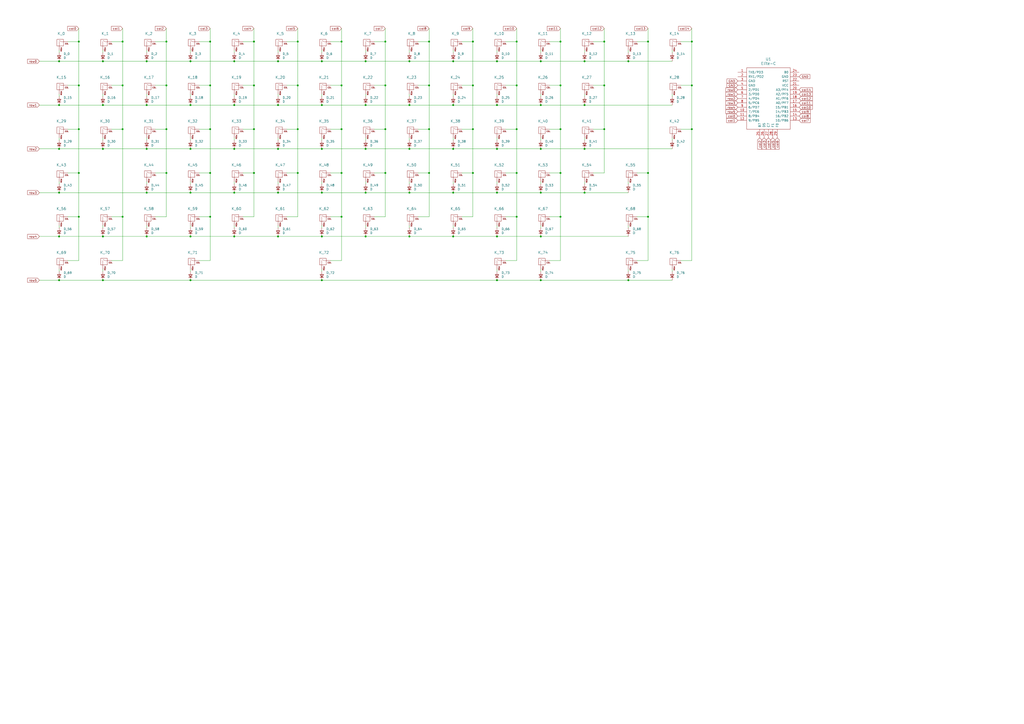
<source format=kicad_sch>
(kicad_sch (version 20230121) (generator eeschema)
  (paper "A2")
  (junction (at 110.49 86.36))
  (junction (at 313.69 111.76))
  (junction (at 147.32 49.53))
  (junction (at 59.69 86.36))
  (junction (at 237.49 137.16))
  (junction (at 350.52 24.13))
  (junction (at 212.09 86.36))
  (junction (at 45.72 74.93))
  (junction (at 96.52 100.33))
  (junction (at 375.92 24.13))
  (junction (at 212.09 137.16))
  (junction (at 288.29 162.56))
  (junction (at 121.92 49.53))
  (junction (at 325.12 125.73))
  (junction (at 34.29 162.56))
  (junction (at 274.32 74.93))
  (junction (at 262.89 60.96))
  (junction (at 121.92 24.13))
  (junction (at 288.29 137.16))
  (junction (at 45.72 49.53))
  (junction (at 223.52 74.93))
  (junction (at 161.29 111.76))
  (junction (at 339.09 86.36))
  (junction (at 135.89 137.16))
  (junction (at 313.69 35.56))
  (junction (at 339.09 60.96))
  (junction (at 172.72 24.13))
  (junction (at 325.12 24.13))
  (junction (at 364.49 162.56))
  (junction (at 401.32 74.93))
  (junction (at 299.72 49.53))
  (junction (at 350.52 49.53))
  (junction (at 237.49 111.76))
  (junction (at 237.49 35.56))
  (junction (at 288.29 60.96))
  (junction (at 339.09 111.76))
  (junction (at 248.92 100.33))
  (junction (at 45.72 125.73))
  (junction (at 262.89 111.76))
  (junction (at 71.12 49.53))
  (junction (at 85.09 60.96))
  (junction (at 135.89 86.36))
  (junction (at 212.09 111.76))
  (junction (at 262.89 137.16))
  (junction (at 274.32 49.53))
  (junction (at 325.12 49.53))
  (junction (at 34.29 111.76))
  (junction (at 186.69 111.76))
  (junction (at 299.72 125.73))
  (junction (at 339.09 35.56))
  (junction (at 198.12 24.13))
  (junction (at 34.29 86.36))
  (junction (at 59.69 162.56))
  (junction (at 198.12 125.73))
  (junction (at 262.89 86.36))
  (junction (at 161.29 60.96))
  (junction (at 186.69 35.56))
  (junction (at 110.49 35.56))
  (junction (at 96.52 24.13))
  (junction (at 299.72 74.93))
  (junction (at 212.09 35.56))
  (junction (at 237.49 60.96))
  (junction (at 121.92 74.93))
  (junction (at 135.89 35.56))
  (junction (at 172.72 100.33))
  (junction (at 147.32 100.33))
  (junction (at 288.29 111.76))
  (junction (at 85.09 137.16))
  (junction (at 85.09 111.76))
  (junction (at 248.92 24.13))
  (junction (at 59.69 60.96))
  (junction (at 110.49 60.96))
  (junction (at 375.92 125.73))
  (junction (at 364.49 35.56))
  (junction (at 45.72 24.13))
  (junction (at 237.49 86.36))
  (junction (at 186.69 162.56))
  (junction (at 198.12 100.33))
  (junction (at 350.52 74.93))
  (junction (at 288.29 86.36))
  (junction (at 59.69 35.56))
  (junction (at 325.12 100.33))
  (junction (at 85.09 35.56))
  (junction (at 172.72 74.93))
  (junction (at 186.69 60.96))
  (junction (at 121.92 100.33))
  (junction (at 248.92 49.53))
  (junction (at 34.29 35.56))
  (junction (at 223.52 100.33))
  (junction (at 274.32 24.13))
  (junction (at 401.32 24.13))
  (junction (at 135.89 111.76))
  (junction (at 85.09 86.36))
  (junction (at 274.32 100.33))
  (junction (at 71.12 24.13))
  (junction (at 34.29 60.96))
  (junction (at 198.12 49.53))
  (junction (at 172.72 49.53))
  (junction (at 71.12 74.93))
  (junction (at 161.29 86.36))
  (junction (at 313.69 86.36))
  (junction (at 34.29 137.16))
  (junction (at 147.32 24.13))
  (junction (at 375.92 100.33))
  (junction (at 313.69 60.96))
  (junction (at 186.69 137.16))
  (junction (at 147.32 74.93))
  (junction (at 262.89 35.56))
  (junction (at 71.12 125.73))
  (junction (at 59.69 137.16))
  (junction (at 96.52 74.93))
  (junction (at 96.52 49.53))
  (junction (at 223.52 24.13))
  (junction (at 299.72 100.33))
  (junction (at 110.49 137.16))
  (junction (at 45.72 100.33))
  (junction (at 325.12 74.93))
  (junction (at 299.72 24.13))
  (junction (at 248.92 74.93))
  (junction (at 110.49 111.76))
  (junction (at 198.12 74.93))
  (junction (at 288.29 35.56))
  (junction (at 121.92 125.73))
  (junction (at 110.49 162.56))
  (junction (at 161.29 137.16))
  (junction (at 313.69 162.56))
  (junction (at 135.89 60.96))
  (junction (at 186.69 86.36))
  (junction (at 401.32 49.53))
  (junction (at 313.69 137.16))
  (junction (at 161.29 35.56))
  (junction (at 212.09 60.96))
  (junction (at 223.52 49.53))
  (wire (pts (xy 242.57 100.33) (xy 248.92 100.33)))
  (wire (pts (xy 389.89 80.01) (xy 389.89 81.28)))
  (wire (pts (xy 186.69 111.76) (xy 212.09 111.76)))
  (wire (pts (xy 39.37 74.93) (xy 45.72 74.93)))
  (wire (pts (xy 299.72 16.51) (xy 299.72 24.13)))
  (wire (pts (xy 212.09 111.76) (xy 237.49 111.76)))
  (wire (pts (xy 217.17 49.53) (xy 223.52 49.53)))
  (wire (pts (xy 339.09 111.76) (xy 364.49 111.76)))
  (wire (pts (xy 34.29 105.41) (xy 34.29 106.68)))
  (wire (pts (xy 110.49 80.01) (xy 110.49 81.28)))
  (wire (pts (xy 166.37 125.73) (xy 172.72 125.73)))
  (wire (pts (xy 223.52 74.93) (xy 223.52 49.53)))
  (wire (pts (xy 223.52 125.73) (xy 223.52 100.33)))
  (wire (pts (xy 71.12 151.13) (xy 71.12 125.73)))
  (wire (pts (xy 339.09 60.96) (xy 389.89 60.96)))
  (wire (pts (xy 288.29 130.81) (xy 288.29 132.08)))
  (wire (pts (xy 147.32 16.51) (xy 147.32 24.13)))
  (wire (pts (xy 248.92 24.13) (xy 248.92 49.53)))
  (wire (pts (xy 212.09 137.16) (xy 237.49 137.16)))
  (wire (pts (xy 45.72 125.73) (xy 45.72 100.33)))
  (wire (pts (xy 191.77 49.53) (xy 198.12 49.53)))
  (wire (pts (xy 96.52 74.93) (xy 96.52 49.53)))
  (wire (pts (xy 161.29 137.16) (xy 186.69 137.16)))
  (wire (pts (xy 166.37 100.33) (xy 172.72 100.33)))
  (wire (pts (xy 401.32 151.13) (xy 401.32 74.93)))
  (wire (pts (xy 394.97 74.93) (xy 401.32 74.93)))
  (wire (pts (xy 389.89 156.21) (xy 389.89 157.48)))
  (wire (pts (xy 186.69 35.56) (xy 212.09 35.56)))
  (wire (pts (xy 34.29 80.01) (xy 34.29 81.28)))
  (wire (pts (xy 237.49 80.01) (xy 237.49 81.28)))
  (wire (pts (xy 288.29 156.21) (xy 288.29 157.48)))
  (wire (pts (xy 34.29 130.81) (xy 34.29 132.08)))
  (wire (pts (xy 364.49 29.21) (xy 364.49 30.48)))
  (wire (pts (xy 161.29 29.21) (xy 161.29 30.48)))
  (wire (pts (xy 166.37 24.13) (xy 172.72 24.13)))
  (wire (pts (xy 110.49 137.16) (xy 135.89 137.16)))
  (wire (pts (xy 212.09 80.01) (xy 212.09 81.28)))
  (wire (pts (xy 274.32 74.93) (xy 274.32 49.53)))
  (wire (pts (xy 364.49 130.81) (xy 364.49 132.08)))
  (wire (pts (xy 39.37 151.13) (xy 45.72 151.13)))
  (wire (pts (xy 217.17 125.73) (xy 223.52 125.73)))
  (wire (pts (xy 85.09 111.76) (xy 110.49 111.76)))
  (wire (pts (xy 288.29 60.96) (xy 313.69 60.96)))
  (wire (pts (xy 161.29 130.81) (xy 161.29 132.08)))
  (wire (pts (xy 85.09 86.36) (xy 110.49 86.36)))
  (wire (pts (xy 186.69 60.96) (xy 212.09 60.96)))
  (wire (pts (xy 344.17 49.53) (xy 350.52 49.53)))
  (wire (pts (xy 172.72 125.73) (xy 172.72 100.33)))
  (wire (pts (xy 212.09 54.61) (xy 212.09 55.88)))
  (wire (pts (xy 59.69 162.56) (xy 110.49 162.56)))
  (wire (pts (xy 237.49 137.16) (xy 262.89 137.16)))
  (wire (pts (xy 198.12 16.51) (xy 198.12 24.13)))
  (wire (pts (xy 22.86 86.36) (xy 34.29 86.36)))
  (wire (pts (xy 85.09 35.56) (xy 110.49 35.56)))
  (wire (pts (xy 161.29 80.01) (xy 161.29 81.28)))
  (wire (pts (xy 85.09 60.96) (xy 110.49 60.96)))
  (wire (pts (xy 161.29 60.96) (xy 186.69 60.96)))
  (wire (pts (xy 394.97 24.13) (xy 401.32 24.13)))
  (wire (pts (xy 140.97 100.33) (xy 147.32 100.33)))
  (wire (pts (xy 59.69 29.21) (xy 59.69 30.48)))
  (wire (pts (xy 198.12 100.33) (xy 198.12 74.93)))
  (wire (pts (xy 71.12 125.73) (xy 71.12 74.93)))
  (wire (pts (xy 191.77 151.13) (xy 198.12 151.13)))
  (wire (pts (xy 147.32 74.93) (xy 147.32 49.53)))
  (wire (pts (xy 313.69 111.76) (xy 339.09 111.76)))
  (wire (pts (xy 64.77 151.13) (xy 71.12 151.13)))
  (wire (pts (xy 121.92 74.93) (xy 121.92 49.53)))
  (wire (pts (xy 198.12 24.13) (xy 198.12 49.53)))
  (wire (pts (xy 299.72 100.33) (xy 299.72 74.93)))
  (wire (pts (xy 288.29 54.61) (xy 288.29 55.88)))
  (wire (pts (xy 288.29 111.76) (xy 313.69 111.76)))
  (wire (pts (xy 121.92 24.13) (xy 121.92 49.53)))
  (wire (pts (xy 262.89 60.96) (xy 288.29 60.96)))
  (wire (pts (xy 288.29 137.16) (xy 313.69 137.16)))
  (wire (pts (xy 364.49 105.41) (xy 364.49 106.68)))
  (wire (pts (xy 344.17 74.93) (xy 350.52 74.93)))
  (wire (pts (xy 166.37 74.93) (xy 172.72 74.93)))
  (wire (pts (xy 90.17 100.33) (xy 96.52 100.33)))
  (wire (pts (xy 59.69 86.36) (xy 85.09 86.36)))
  (wire (pts (xy 34.29 137.16) (xy 59.69 137.16)))
  (wire (pts (xy 350.52 74.93) (xy 350.52 49.53)))
  (wire (pts (xy 90.17 125.73) (xy 96.52 125.73)))
  (wire (pts (xy 161.29 86.36) (xy 186.69 86.36)))
  (wire (pts (xy 186.69 130.81) (xy 186.69 132.08)))
  (wire (pts (xy 364.49 162.56) (xy 389.89 162.56)))
  (wire (pts (xy 34.29 86.36) (xy 59.69 86.36)))
  (wire (pts (xy 39.37 49.53) (xy 45.72 49.53)))
  (wire (pts (xy 110.49 29.21) (xy 110.49 30.48)))
  (wire (pts (xy 313.69 156.21) (xy 313.69 157.48)))
  (wire (pts (xy 394.97 49.53) (xy 401.32 49.53)))
  (wire (pts (xy 45.72 151.13) (xy 45.72 125.73)))
  (wire (pts (xy 166.37 49.53) (xy 172.72 49.53)))
  (wire (pts (xy 135.89 54.61) (xy 135.89 55.88)))
  (wire (pts (xy 71.12 16.51) (xy 71.12 24.13)))
  (wire (pts (xy 96.52 125.73) (xy 96.52 100.33)))
  (wire (pts (xy 186.69 29.21) (xy 186.69 30.48)))
  (wire (pts (xy 313.69 162.56) (xy 364.49 162.56)))
  (wire (pts (xy 172.72 100.33) (xy 172.72 74.93)))
  (wire (pts (xy 140.97 125.73) (xy 147.32 125.73)))
  (wire (pts (xy 90.17 24.13) (xy 96.52 24.13)))
  (wire (pts (xy 140.97 74.93) (xy 147.32 74.93)))
  (wire (pts (xy 34.29 29.21) (xy 34.29 30.48)))
  (wire (pts (xy 186.69 86.36) (xy 212.09 86.36)))
  (wire (pts (xy 350.52 24.13) (xy 350.52 49.53)))
  (wire (pts (xy 293.37 49.53) (xy 299.72 49.53)))
  (wire (pts (xy 313.69 54.61) (xy 313.69 55.88)))
  (wire (pts (xy 262.89 130.81) (xy 262.89 132.08)))
  (wire (pts (xy 186.69 80.01) (xy 186.69 81.28)))
  (wire (pts (xy 288.29 35.56) (xy 313.69 35.56)))
  (wire (pts (xy 237.49 86.36) (xy 262.89 86.36)))
  (wire (pts (xy 39.37 24.13) (xy 45.72 24.13)))
  (wire (pts (xy 237.49 130.81) (xy 237.49 132.08)))
  (wire (pts (xy 299.72 74.93) (xy 299.72 49.53)))
  (wire (pts (xy 135.89 137.16) (xy 161.29 137.16)))
  (wire (pts (xy 198.12 125.73) (xy 198.12 100.33)))
  (wire (pts (xy 274.32 125.73) (xy 274.32 100.33)))
  (wire (pts (xy 313.69 29.21) (xy 313.69 30.48)))
  (wire (pts (xy 110.49 111.76) (xy 135.89 111.76)))
  (wire (pts (xy 344.17 24.13) (xy 350.52 24.13)))
  (wire (pts (xy 212.09 86.36) (xy 237.49 86.36)))
  (wire (pts (xy 288.29 29.21) (xy 288.29 30.48)))
  (wire (pts (xy 34.29 54.61) (xy 34.29 55.88)))
  (wire (pts (xy 217.17 100.33) (xy 223.52 100.33)))
  (wire (pts (xy 135.89 80.01) (xy 135.89 81.28)))
  (wire (pts (xy 39.37 125.73) (xy 45.72 125.73)))
  (wire (pts (xy 223.52 24.13) (xy 223.52 49.53)))
  (wire (pts (xy 110.49 130.81) (xy 110.49 132.08)))
  (wire (pts (xy 369.57 100.33) (xy 375.92 100.33)))
  (wire (pts (xy 293.37 125.73) (xy 299.72 125.73)))
  (wire (pts (xy 45.72 74.93) (xy 45.72 49.53)))
  (wire (pts (xy 45.72 16.51) (xy 45.72 24.13)))
  (wire (pts (xy 96.52 24.13) (xy 96.52 49.53)))
  (wire (pts (xy 22.86 137.16) (xy 34.29 137.16)))
  (wire (pts (xy 22.86 162.56) (xy 34.29 162.56)))
  (wire (pts (xy 110.49 35.56) (xy 135.89 35.56)))
  (wire (pts (xy 313.69 137.16) (xy 364.49 137.16)))
  (wire (pts (xy 64.77 74.93) (xy 71.12 74.93)))
  (wire (pts (xy 318.77 49.53) (xy 325.12 49.53)))
  (wire (pts (xy 237.49 111.76) (xy 262.89 111.76)))
  (wire (pts (xy 59.69 60.96) (xy 85.09 60.96)))
  (wire (pts (xy 375.92 125.73) (xy 375.92 100.33)))
  (wire (pts (xy 110.49 156.21) (xy 110.49 157.48)))
  (wire (pts (xy 71.12 24.13) (xy 71.12 49.53)))
  (wire (pts (xy 274.32 16.51) (xy 274.32 24.13)))
  (wire (pts (xy 318.77 125.73) (xy 325.12 125.73)))
  (wire (pts (xy 161.29 35.56) (xy 186.69 35.56)))
  (wire (pts (xy 369.57 125.73) (xy 375.92 125.73)))
  (wire (pts (xy 223.52 100.33) (xy 223.52 74.93)))
  (wire (pts (xy 274.32 24.13) (xy 274.32 49.53)))
  (wire (pts (xy 394.97 151.13) (xy 401.32 151.13)))
  (wire (pts (xy 350.52 100.33) (xy 350.52 74.93)))
  (wire (pts (xy 274.32 100.33) (xy 274.32 74.93)))
  (wire (pts (xy 85.09 105.41) (xy 85.09 106.68)))
  (wire (pts (xy 212.09 60.96) (xy 237.49 60.96)))
  (wire (pts (xy 339.09 86.36) (xy 389.89 86.36)))
  (wire (pts (xy 242.57 125.73) (xy 248.92 125.73)))
  (wire (pts (xy 135.89 105.41) (xy 135.89 106.68)))
  (wire (pts (xy 212.09 130.81) (xy 212.09 132.08)))
  (wire (pts (xy 293.37 24.13) (xy 299.72 24.13)))
  (wire (pts (xy 147.32 24.13) (xy 147.32 49.53)))
  (wire (pts (xy 135.89 86.36) (xy 161.29 86.36)))
  (wire (pts (xy 135.89 130.81) (xy 135.89 132.08)))
  (wire (pts (xy 59.69 35.56) (xy 85.09 35.56)))
  (wire (pts (xy 85.09 137.16) (xy 110.49 137.16)))
  (wire (pts (xy 217.17 24.13) (xy 223.52 24.13)))
  (wire (pts (xy 313.69 80.01) (xy 313.69 81.28)))
  (wire (pts (xy 267.97 125.73) (xy 274.32 125.73)))
  (wire (pts (xy 325.12 74.93) (xy 325.12 49.53)))
  (wire (pts (xy 71.12 74.93) (xy 71.12 49.53)))
  (wire (pts (xy 85.09 29.21) (xy 85.09 30.48)))
  (wire (pts (xy 262.89 86.36) (xy 288.29 86.36)))
  (wire (pts (xy 339.09 105.41) (xy 339.09 106.68)))
  (wire (pts (xy 401.32 74.93) (xy 401.32 49.53)))
  (wire (pts (xy 369.57 24.13) (xy 375.92 24.13)))
  (wire (pts (xy 191.77 74.93) (xy 198.12 74.93)))
  (wire (pts (xy 267.97 74.93) (xy 274.32 74.93)))
  (wire (pts (xy 110.49 86.36) (xy 135.89 86.36)))
  (wire (pts (xy 64.77 49.53) (xy 71.12 49.53)))
  (wire (pts (xy 115.57 151.13) (xy 121.92 151.13)))
  (wire (pts (xy 262.89 29.21) (xy 262.89 30.48)))
  (wire (pts (xy 262.89 35.56) (xy 288.29 35.56)))
  (wire (pts (xy 22.86 60.96) (xy 34.29 60.96)))
  (wire (pts (xy 293.37 74.93) (xy 299.72 74.93)))
  (wire (pts (xy 339.09 54.61) (xy 339.09 55.88)))
  (wire (pts (xy 34.29 60.96) (xy 59.69 60.96)))
  (wire (pts (xy 364.49 156.21) (xy 364.49 157.48)))
  (wire (pts (xy 325.12 24.13) (xy 325.12 49.53)))
  (wire (pts (xy 248.92 125.73) (xy 248.92 100.33)))
  (wire (pts (xy 39.37 100.33) (xy 45.72 100.33)))
  (wire (pts (xy 34.29 111.76) (xy 85.09 111.76)))
  (wire (pts (xy 318.77 151.13) (xy 325.12 151.13)))
  (wire (pts (xy 115.57 125.73) (xy 121.92 125.73)))
  (wire (pts (xy 22.86 111.76) (xy 34.29 111.76)))
  (wire (pts (xy 248.92 74.93) (xy 248.92 49.53)))
  (wire (pts (xy 267.97 100.33) (xy 274.32 100.33)))
  (wire (pts (xy 147.32 125.73) (xy 147.32 100.33)))
  (wire (pts (xy 313.69 60.96) (xy 339.09 60.96)))
  (wire (pts (xy 85.09 130.81) (xy 85.09 132.08)))
  (wire (pts (xy 242.57 49.53) (xy 248.92 49.53)))
  (wire (pts (xy 172.72 74.93) (xy 172.72 49.53)))
  (wire (pts (xy 242.57 74.93) (xy 248.92 74.93)))
  (wire (pts (xy 262.89 111.76) (xy 288.29 111.76)))
  (wire (pts (xy 375.92 24.13) (xy 375.92 100.33)))
  (wire (pts (xy 262.89 54.61) (xy 262.89 55.88)))
  (wire (pts (xy 110.49 60.96) (xy 135.89 60.96)))
  (wire (pts (xy 325.12 125.73) (xy 325.12 100.33)))
  (wire (pts (xy 237.49 54.61) (xy 237.49 55.88)))
  (wire (pts (xy 115.57 74.93) (xy 121.92 74.93)))
  (wire (pts (xy 339.09 80.01) (xy 339.09 81.28)))
  (wire (pts (xy 237.49 60.96) (xy 262.89 60.96)))
  (wire (pts (xy 318.77 74.93) (xy 325.12 74.93)))
  (wire (pts (xy 85.09 80.01) (xy 85.09 81.28)))
  (wire (pts (xy 121.92 151.13) (xy 121.92 125.73)))
  (wire (pts (xy 313.69 86.36) (xy 339.09 86.36)))
  (wire (pts (xy 34.29 35.56) (xy 59.69 35.56)))
  (wire (pts (xy 135.89 60.96) (xy 161.29 60.96)))
  (wire (pts (xy 135.89 35.56) (xy 161.29 35.56)))
  (wire (pts (xy 262.89 137.16) (xy 288.29 137.16)))
  (wire (pts (xy 262.89 80.01) (xy 262.89 81.28)))
  (wire (pts (xy 237.49 105.41) (xy 237.49 106.68)))
  (wire (pts (xy 121.92 16.51) (xy 121.92 24.13)))
  (wire (pts (xy 59.69 54.61) (xy 59.69 55.88)))
  (wire (pts (xy 45.72 24.13) (xy 45.72 49.53)))
  (wire (pts (xy 325.12 100.33) (xy 325.12 74.93)))
  (wire (pts (xy 375.92 151.13) (xy 375.92 125.73)))
  (wire (pts (xy 147.32 100.33) (xy 147.32 74.93)))
  (wire (pts (xy 186.69 137.16) (xy 212.09 137.16)))
  (wire (pts (xy 318.77 100.33) (xy 325.12 100.33)))
  (wire (pts (xy 191.77 100.33) (xy 198.12 100.33)))
  (wire (pts (xy 59.69 137.16) (xy 85.09 137.16)))
  (wire (pts (xy 288.29 80.01) (xy 288.29 81.28)))
  (wire (pts (xy 198.12 151.13) (xy 198.12 125.73)))
  (wire (pts (xy 96.52 16.51) (xy 96.52 24.13)))
  (wire (pts (xy 59.69 80.01) (xy 59.69 81.28)))
  (wire (pts (xy 59.69 156.21) (xy 59.69 157.48)))
  (wire (pts (xy 85.09 54.61) (xy 85.09 55.88)))
  (wire (pts (xy 318.77 24.13) (xy 325.12 24.13)))
  (wire (pts (xy 325.12 16.51) (xy 325.12 24.13)))
  (wire (pts (xy 389.89 29.21) (xy 389.89 30.48)))
  (wire (pts (xy 242.57 24.13) (xy 248.92 24.13)))
  (wire (pts (xy 267.97 24.13) (xy 274.32 24.13)))
  (wire (pts (xy 299.72 125.73) (xy 299.72 100.33)))
  (wire (pts (xy 186.69 156.21) (xy 186.69 157.48)))
  (wire (pts (xy 172.72 24.13) (xy 172.72 49.53)))
  (wire (pts (xy 248.92 100.33) (xy 248.92 74.93)))
  (wire (pts (xy 135.89 111.76) (xy 161.29 111.76)))
  (wire (pts (xy 34.29 156.21) (xy 34.29 157.48)))
  (wire (pts (xy 121.92 100.33) (xy 121.92 74.93)))
  (wire (pts (xy 313.69 105.41) (xy 313.69 106.68)))
  (wire (pts (xy 339.09 29.21) (xy 339.09 30.48)))
  (wire (pts (xy 172.72 16.51) (xy 172.72 24.13)))
  (wire (pts (xy 237.49 35.56) (xy 262.89 35.56)))
  (wire (pts (xy 288.29 86.36) (xy 313.69 86.36)))
  (wire (pts (xy 110.49 105.41) (xy 110.49 106.68)))
  (wire (pts (xy 135.89 29.21) (xy 135.89 30.48)))
  (wire (pts (xy 293.37 151.13) (xy 299.72 151.13)))
  (wire (pts (xy 186.69 162.56) (xy 288.29 162.56)))
  (wire (pts (xy 212.09 105.41) (xy 212.09 106.68)))
  (wire (pts (xy 288.29 162.56) (xy 313.69 162.56)))
  (wire (pts (xy 115.57 24.13) (xy 121.92 24.13)))
  (wire (pts (xy 401.32 24.13) (xy 401.32 49.53)))
  (wire (pts (xy 90.17 74.93) (xy 96.52 74.93)))
  (wire (pts (xy 293.37 100.33) (xy 299.72 100.33)))
  (wire (pts (xy 121.92 125.73) (xy 121.92 100.33)))
  (wire (pts (xy 115.57 49.53) (xy 121.92 49.53)))
  (wire (pts (xy 288.29 105.41) (xy 288.29 106.68)))
  (wire (pts (xy 59.69 130.81) (xy 59.69 132.08)))
  (wire (pts (xy 90.17 49.53) (xy 96.52 49.53)))
  (wire (pts (xy 262.89 105.41) (xy 262.89 106.68)))
  (wire (pts (xy 140.97 49.53) (xy 147.32 49.53)))
  (wire (pts (xy 22.86 35.56) (xy 34.29 35.56)))
  (wire (pts (xy 223.52 16.51) (xy 223.52 24.13)))
  (wire (pts (xy 191.77 125.73) (xy 198.12 125.73)))
  (wire (pts (xy 369.57 151.13) (xy 375.92 151.13)))
  (wire (pts (xy 45.72 100.33) (xy 45.72 74.93)))
  (wire (pts (xy 191.77 24.13) (xy 198.12 24.13)))
  (wire (pts (xy 325.12 151.13) (xy 325.12 125.73)))
  (wire (pts (xy 64.77 125.73) (xy 71.12 125.73)))
  (wire (pts (xy 339.09 35.56) (xy 364.49 35.56)))
  (wire (pts (xy 401.32 16.51) (xy 401.32 24.13)))
  (wire (pts (xy 313.69 35.56) (xy 339.09 35.56)))
  (wire (pts (xy 313.69 130.81) (xy 313.69 132.08)))
  (wire (pts (xy 198.12 74.93) (xy 198.12 49.53)))
  (wire (pts (xy 299.72 151.13) (xy 299.72 125.73)))
  (wire (pts (xy 217.17 74.93) (xy 223.52 74.93)))
  (wire (pts (xy 110.49 54.61) (xy 110.49 55.88)))
  (wire (pts (xy 267.97 49.53) (xy 274.32 49.53)))
  (wire (pts (xy 96.52 100.33) (xy 96.52 74.93)))
  (wire (pts (xy 161.29 111.76) (xy 186.69 111.76)))
  (wire (pts (xy 34.29 162.56) (xy 59.69 162.56)))
  (wire (pts (xy 64.77 24.13) (xy 71.12 24.13)))
  (wire (pts (xy 212.09 29.21) (xy 212.09 30.48)))
  (wire (pts (xy 115.57 100.33) (xy 121.92 100.33)))
  (wire (pts (xy 110.49 162.56) (xy 186.69 162.56)))
  (wire (pts (xy 299.72 24.13) (xy 299.72 49.53)))
  (wire (pts (xy 212.09 35.56) (xy 237.49 35.56)))
  (wire (pts (xy 364.49 35.56) (xy 389.89 35.56)))
  (wire (pts (xy 248.92 16.51) (xy 248.92 24.13)))
  (wire (pts (xy 140.97 24.13) (xy 147.32 24.13)))
  (wire (pts (xy 161.29 105.41) (xy 161.29 106.68)))
  (wire (pts (xy 186.69 54.61) (xy 186.69 55.88)))
  (wire (pts (xy 389.89 54.61) (xy 389.89 55.88)))
  (wire (pts (xy 350.52 16.51) (xy 350.52 24.13)))
  (wire (pts (xy 186.69 105.41) (xy 186.69 106.68)))
  (wire (pts (xy 161.29 54.61) (xy 161.29 55.88)))
  (wire (pts (xy 237.49 29.21) (xy 237.49 30.48)))
  (wire (pts (xy 344.17 100.33) (xy 350.52 100.33)))
  (wire (pts (xy 375.92 16.51) (xy 375.92 24.13)))
  (global_label "col0" (shape input) (at 45.72 16.51 180) (property "Intersheetrefs" "${INTERSHEET_REFS}" (effects hide)))
  (global_label "col4" (shape input) (at 147.32 16.51 180) (property "Intersheetrefs" "${INTERSHEET_REFS}" (effects hide)))
  (global_label "row0" (shape input) (at 22.86 35.56 180) (property "Intersheetrefs" "${INTERSHEET_REFS}" (effects hide)))
  (global_label "row2" (shape input) (at 22.86 86.36 180) (property "Intersheetrefs" "${INTERSHEET_REFS}" (effects hide)))
  (global_label "GND" (shape input) (at 427.99 46.99 180) (property "Intersheetrefs" "${INTERSHEET_REFS}" (effects hide)))
  (global_label "row1" (shape input) (at 427.99 54.61 180) (property "Intersheetrefs" "${INTERSHEET_REFS}" (effects hide)))
  (global_label "col4" (shape input) (at 445.77 80.01 270) (property "Intersheetrefs" "${INTERSHEET_REFS}" (effects hide)))
  (global_label "col8" (shape input) (at 463.55 67.31 0) (property "Intersheetrefs" "${INTERSHEET_REFS}" (effects hide)))
  (global_label "col10" (shape input) (at 299.72 16.51 180) (property "Intersheetrefs" "${INTERSHEET_REFS}" (effects hide)))
  (global_label "row0" (shape input) (at 427.99 52.07 180) (property "Intersheetrefs" "${INTERSHEET_REFS}" (effects hide)))
  (global_label "col13" (shape input) (at 375.92 16.51 180) (property "Intersheetrefs" "${INTERSHEET_REFS}" (effects hide)))
  (global_label "row5" (shape input) (at 427.99 64.77 180) (property "Intersheetrefs" "${INTERSHEET_REFS}" (effects hide)))
  (global_label "col6" (shape input) (at 198.12 16.51 180) (property "Intersheetrefs" "${INTERSHEET_REFS}" (effects hide)))
  (global_label "row3" (shape input) (at 427.99 59.69 180) (property "Intersheetrefs" "${INTERSHEET_REFS}" (effects hide)))
  (global_label "col14" (shape input) (at 463.55 52.07 0) (property "Intersheetrefs" "${INTERSHEET_REFS}" (effects hide)))
  (global_label "GND" (shape input) (at 427.99 49.53 180) (property "Intersheetrefs" "${INTERSHEET_REFS}" (effects hide)))
  (global_label "row1" (shape input) (at 22.86 60.96 180) (property "Intersheetrefs" "${INTERSHEET_REFS}" (effects hide)))
  (global_label "col3" (shape input) (at 121.92 16.51 180) (property "Intersheetrefs" "${INTERSHEET_REFS}" (effects hide)))
  (global_label "row4" (shape input) (at 22.86 137.16 180) (property "Intersheetrefs" "${INTERSHEET_REFS}" (effects hide)))
  (global_label "col2" (shape input) (at 96.52 16.51 180) (property "Intersheetrefs" "${INTERSHEET_REFS}" (effects hide)))
  (global_label "row3" (shape input) (at 22.86 111.76 180) (property "Intersheetrefs" "${INTERSHEET_REFS}" (effects hide)))
  (global_label "col11" (shape input) (at 325.12 16.51 180) (property "Intersheetrefs" "${INTERSHEET_REFS}" (effects hide)))
  (global_label "col2" (shape input) (at 440.69 80.01 270) (property "Intersheetrefs" "${INTERSHEET_REFS}" (effects hide)))
  (global_label "col5" (shape input) (at 448.31 80.01 270) (property "Intersheetrefs" "${INTERSHEET_REFS}" (effects hide)))
  (global_label "col5" (shape input) (at 172.72 16.51 180) (property "Intersheetrefs" "${INTERSHEET_REFS}" (effects hide)))
  (global_label "col9" (shape input) (at 274.32 16.51 180) (property "Intersheetrefs" "${INTERSHEET_REFS}" (effects hide)))
  (global_label "col8" (shape input) (at 248.92 16.51 180) (property "Intersheetrefs" "${INTERSHEET_REFS}" (effects hide)))
  (global_label "col10" (shape input) (at 463.55 62.23 0) (property "Intersheetrefs" "${INTERSHEET_REFS}" (effects hide)))
  (global_label "col13" (shape input) (at 463.55 54.61 0) (property "Intersheetrefs" "${INTERSHEET_REFS}" (effects hide)))
  (global_label "col7" (shape input) (at 463.55 69.85 0) (property "Intersheetrefs" "${INTERSHEET_REFS}" (effects hide)))
  (global_label "col11" (shape input) (at 463.55 59.69 0) (property "Intersheetrefs" "${INTERSHEET_REFS}" (effects hide)))
  (global_label "col0" (shape input) (at 427.99 67.31 180) (property "Intersheetrefs" "${INTERSHEET_REFS}" (effects hide)))
  (global_label "row2" (shape input) (at 427.99 57.15 180) (property "Intersheetrefs" "${INTERSHEET_REFS}" (effects hide)))
  (global_label "col14" (shape input) (at 401.32 16.51 180) (property "Intersheetrefs" "${INTERSHEET_REFS}" (effects hide)))
  (global_label "col12" (shape input) (at 350.52 16.51 180) (property "Intersheetrefs" "${INTERSHEET_REFS}" (effects hide)))
  (global_label "GND" (shape input) (at 463.55 44.45 0) (property "Intersheetrefs" "${INTERSHEET_REFS}" (effects hide)))
  (global_label "row4" (shape input) (at 427.99 62.23 180) (property "Intersheetrefs" "${INTERSHEET_REFS}" (effects hide)))
  (global_label "row5" (shape input) (at 22.86 162.56 180) (property "Intersheetrefs" "${INTERSHEET_REFS}" (effects hide)))
  (global_label "col1" (shape input) (at 71.12 16.51 180) (property "Intersheetrefs" "${INTERSHEET_REFS}" (effects hide)))
  (global_label "col9" (shape input) (at 463.55 64.77 0) (property "Intersheetrefs" "${INTERSHEET_REFS}" (effects hide)))
  (global_label "col7" (shape input) (at 223.52 16.51 180) (property "Intersheetrefs" "${INTERSHEET_REFS}" (effects hide)))
  (global_label "col3" (shape input) (at 443.23 80.01 270) (property "Intersheetrefs" "${INTERSHEET_REFS}" (effects hide)))
  (global_label "col12" (shape input) (at 463.55 57.15 0) (property "Intersheetrefs" "${INTERSHEET_REFS}" (effects hide)))
  (global_label "col6" (shape input) (at 450.85 80.01 270) (property "Intersheetrefs" "${INTERSHEET_REFS}" (effects hide)))
  (global_label "col1" (shape input) (at 427.99 69.85 180) (property "Intersheetrefs" "${INTERSHEET_REFS}" (effects hide)))
  (symbol (lib_id "Device:D_Small") (at 135.89 83.82 90) (unit 1)
    (property "Reference" "D_33" (at 138.43 82.042 90) (effects (justify right)))
    (property "Value" "D" (at 138.43 84.328 90) (effects (justify right)))
    (property "Footprint" "Diode_SMD:D_SOD-123" (effects hide))
  )
  (symbol (lib_id "MX_Alps_Hybrid:MX-NoLED") (at 35.56 76.2 0) (unit 1)
    (property "Reference" "K_29" (at 35.56 70.2818 0) (effects (font (size 1.524 1.524))))
    (property "Value" "KEYSW" (effects hide))
    (property "Footprint" "MX_Alps_Hybrid:MX-1.25U-NoLED" (effects hide))
  )
  (symbol (lib_id "MX_Alps_Hybrid:MX-NoLED") (at 86.36 127 0) (unit 1)
    (property "Reference" "K_58" (at 86.36 121.0818 0) (effects (font (size 1.524 1.524))))
    (property "Value" "KEYSW" (effects hide))
    (property "Footprint" "MX_Alps_Hybrid:MX-1U-NoLED" (effects hide))
  )
  (symbol (lib_id "Device:D_Small") (at 110.49 160.02 90) (unit 1)
    (property "Reference" "D_71" (at 113.03 158.242 90) (effects (justify right)))
    (property "Value" "D" (at 113.03 160.528 90) (effects (justify right)))
    (property "Footprint" "Diode_SMD:D_SOD-123" (effects hide))
  )
  (symbol (lib_id "MX_Alps_Hybrid:MX-NoLED") (at 213.36 127 0) (unit 1)
    (property "Reference" "K_63" (at 213.36 121.0818 0) (effects (font (size 1.524 1.524))))
    (property "Value" "KEYSW" (effects hide))
    (property "Footprint" "MX_Alps_Hybrid:MX-1U-NoLED" (effects hide))
  )
  (symbol (lib_id "Device:D_Small") (at 161.29 109.22 90) (unit 1)
    (property "Reference" "D_47" (at 163.83 107.442 90) (effects (justify right)))
    (property "Value" "D" (at 163.83 109.728 90) (effects (justify right)))
    (property "Footprint" "Diode_SMD:D_SOD-123" (effects hide))
  )
  (symbol (lib_id "MX_Alps_Hybrid:MX-NoLED") (at 187.96 152.4 0) (unit 1)
    (property "Reference" "K_72" (at 187.96 146.4818 0) (effects (font (size 1.524 1.524))))
    (property "Value" "KEYSW" (effects hide))
    (property "Footprint" "MX_Alps_Hybrid:MX-6.25U-NoLED" (effects hide))
  )
  (symbol (lib_id "Device:D_Small") (at 288.29 58.42 90) (unit 1)
    (property "Reference" "D_25" (at 290.83 56.642 90) (effects (justify right)))
    (property "Value" "D" (at 290.83 58.928 90) (effects (justify right)))
    (property "Footprint" "Diode_SMD:D_SOD-123" (effects hide))
  )
  (symbol (lib_id "MX_Alps_Hybrid:MX-NoLED") (at 238.76 101.6 0) (unit 1)
    (property "Reference" "K_50" (at 238.76 95.6818 0) (effects (font (size 1.524 1.524))))
    (property "Value" "KEYSW" (effects hide))
    (property "Footprint" "MX_Alps_Hybrid:MX-1U-NoLED" (effects hide))
  )
  (symbol (lib_id "MX_Alps_Hybrid:MX-NoLED") (at 162.56 25.4 0) (unit 1)
    (property "Reference" "K_5" (at 162.56 19.4818 0) (effects (font (size 1.524 1.524))))
    (property "Value" "KEYSW" (effects hide))
    (property "Footprint" "MX_Alps_Hybrid:MX-1U-NoLED" (effects hide))
  )
  (symbol (lib_id "Device:D_Small") (at 85.09 134.62 90) (unit 1)
    (property "Reference" "D_58" (at 87.63 132.842 90) (effects (justify right)))
    (property "Value" "D" (at 87.63 135.128 90) (effects (justify right)))
    (property "Footprint" "Diode_SMD:D_SOD-123" (effects hide))
  )
  (symbol (lib_id "Device:D_Small") (at 161.29 134.62 90) (unit 1)
    (property "Reference" "D_61" (at 163.83 132.842 90) (effects (justify right)))
    (property "Value" "D" (at 163.83 135.128 90) (effects (justify right)))
    (property "Footprint" "Diode_SMD:D_SOD-123" (effects hide))
  )
  (symbol (lib_id "Device:D_Small") (at 34.29 83.82 90) (unit 1)
    (property "Reference" "D_29" (at 36.83 82.042 90) (effects (justify right)))
    (property "Value" "D" (at 36.83 84.328 90) (effects (justify right)))
    (property "Footprint" "Diode_SMD:D_SOD-123" (effects hide))
  )
  (symbol (lib_id "Device:D_Small") (at 288.29 109.22 90) (unit 1)
    (property "Reference" "D_52" (at 290.83 107.442 90) (effects (justify right)))
    (property "Value" "D" (at 290.83 109.728 90) (effects (justify right)))
    (property "Footprint" "Diode_SMD:D_SOD-123" (effects hide))
  )
  (symbol (lib_id "Device:D_Small") (at 135.89 134.62 90) (unit 1)
    (property "Reference" "D_60" (at 138.43 132.842 90) (effects (justify right)))
    (property "Value" "D" (at 138.43 135.128 90) (effects (justify right)))
    (property "Footprint" "Diode_SMD:D_SOD-123" (effects hide))
  )
  (symbol (lib_id "Device:D_Small") (at 237.49 58.42 90) (unit 1)
    (property "Reference" "D_23" (at 240.03 56.642 90) (effects (justify right)))
    (property "Value" "D" (at 240.03 58.928 90) (effects (justify right)))
    (property "Footprint" "Diode_SMD:D_SOD-123" (effects hide))
  )
  (symbol (lib_id "MX_Alps_Hybrid:MX-NoLED") (at 264.16 25.4 0) (unit 1)
    (property "Reference" "K_9" (at 264.16 19.4818 0) (effects (font (size 1.524 1.524))))
    (property "Value" "KEYSW" (effects hide))
    (property "Footprint" "MX_Alps_Hybrid:MX-1U-NoLED" (effects hide))
  )
  (symbol (lib_id "Device:D_Small") (at 110.49 109.22 90) (unit 1)
    (property "Reference" "D_45" (at 113.03 107.442 90) (effects (justify right)))
    (property "Value" "D" (at 113.03 109.728 90) (effects (justify right)))
    (property "Footprint" "Diode_SMD:D_SOD-123" (effects hide))
  )
  (symbol (lib_id "MX_Alps_Hybrid:MX-NoLED") (at 111.76 50.8 0) (unit 1)
    (property "Reference" "K_18" (at 111.76 44.8818 0) (effects (font (size 1.524 1.524))))
    (property "Value" "KEYSW" (effects hide))
    (property "Footprint" "MX_Alps_Hybrid:MX-1U-NoLED" (effects hide))
  )
  (symbol (lib_id "MX_Alps_Hybrid:MX-NoLED") (at 162.56 76.2 0) (unit 1)
    (property "Reference" "K_34" (at 162.56 70.2818 0) (effects (font (size 1.524 1.524))))
    (property "Value" "KEYSW" (effects hide))
    (property "Footprint" "MX_Alps_Hybrid:MX-1U-NoLED" (effects hide))
  )
  (symbol (lib_id "Device:D_Small") (at 34.29 109.22 90) (unit 1)
    (property "Reference" "D_43" (at 36.83 107.442 90) (effects (justify right)))
    (property "Value" "D" (at 36.83 109.728 90) (effects (justify right)))
    (property "Footprint" "Diode_SMD:D_SOD-123" (effects hide))
  )
  (symbol (lib_id "Device:D_Small") (at 262.89 134.62 90) (unit 1)
    (property "Reference" "D_65" (at 265.43 132.842 90) (effects (justify right)))
    (property "Value" "D" (at 265.43 135.128 90) (effects (justify right)))
    (property "Footprint" "Diode_SMD:D_SOD-123" (effects hide))
  )
  (symbol (lib_id "Device:D_Small") (at 34.29 33.02 90) (unit 1)
    (property "Reference" "D_0" (at 36.83 31.242 90) (effects (justify right)))
    (property "Value" "D" (at 36.83 33.528 90) (effects (justify right)))
    (property "Footprint" "Diode_SMD:D_SOD-123" (effects hide))
  )
  (symbol (lib_id "Device:D_Small") (at 34.29 160.02 90) (unit 1)
    (property "Reference" "D_69" (at 36.83 158.242 90) (effects (justify right)))
    (property "Value" "D" (at 36.83 160.528 90) (effects (justify right)))
    (property "Footprint" "Diode_SMD:D_SOD-123" (effects hide))
  )
  (symbol (lib_id "MX_Alps_Hybrid:MX-NoLED") (at 137.16 50.8 0) (unit 1)
    (property "Reference" "K_19" (at 137.16 44.8818 0) (effects (font (size 1.524 1.524))))
    (property "Value" "KEYSW" (effects hide))
    (property "Footprint" "MX_Alps_Hybrid:MX-1U-NoLED" (effects hide))
  )
  (symbol (lib_id "Device:D_Small") (at 212.09 83.82 90) (unit 1)
    (property "Reference" "D_36" (at 214.63 82.042 90) (effects (justify right)))
    (property "Value" "D" (at 214.63 84.328 90) (effects (justify right)))
    (property "Footprint" "Diode_SMD:D_SOD-123" (effects hide))
  )
  (symbol (lib_id "MX_Alps_Hybrid:MX-NoLED") (at 111.76 127 0) (unit 1)
    (property "Reference" "K_59" (at 111.76 121.0818 0) (effects (font (size 1.524 1.524))))
    (property "Value" "KEYSW" (effects hide))
    (property "Footprint" "MX_Alps_Hybrid:MX-1U-NoLED" (effects hide))
  )
  (symbol (lib_id "MX_Alps_Hybrid:MX-NoLED") (at 289.56 127 0) (unit 1)
    (property "Reference" "K_66" (at 289.56 121.0818 0) (effects (font (size 1.524 1.524))))
    (property "Value" "KEYSW" (effects hide))
    (property "Footprint" "MX_Alps_Hybrid:MX-1U-NoLED" (effects hide))
  )
  (symbol (lib_id "Device:D_Small") (at 339.09 83.82 90) (unit 1)
    (property "Reference" "D_41" (at 341.63 82.042 90) (effects (justify right)))
    (property "Value" "D" (at 341.63 84.328 90) (effects (justify right)))
    (property "Footprint" "Diode_SMD:D_SOD-123" (effects hide))
  )
  (symbol (lib_id "MX_Alps_Hybrid:MX-NoLED") (at 289.56 101.6 0) (unit 1)
    (property "Reference" "K_52" (at 289.56 95.6818 0) (effects (font (size 1.524 1.524))))
    (property "Value" "KEYSW" (effects hide))
    (property "Footprint" "MX_Alps_Hybrid:MX-1U-NoLED" (effects hide))
  )
  (symbol (lib_id "MX_Alps_Hybrid:MX-NoLED") (at 289.56 76.2 0) (unit 1)
    (property "Reference" "K_39" (at 289.56 70.2818 0) (effects (font (size 1.524 1.524))))
    (property "Value" "KEYSW" (effects hide))
    (property "Footprint" "MX_Alps_Hybrid:MX-1U-NoLED" (effects hide))
  )
  (symbol (lib_id "Device:D_Small") (at 110.49 58.42 90) (unit 1)
    (property "Reference" "D_18" (at 113.03 56.642 90) (effects (justify right)))
    (property "Value" "D" (at 113.03 58.928 90) (effects (justify right)))
    (property "Footprint" "Diode_SMD:D_SOD-123" (effects hide))
  )
  (symbol (lib_id "MX_Alps_Hybrid:MX-NoLED") (at 162.56 127 0) (unit 1)
    (property "Reference" "K_61" (at 162.56 121.0818 0) (effects (font (size 1.524 1.524))))
    (property "Value" "KEYSW" (effects hide))
    (property "Footprint" "MX_Alps_Hybrid:MX-1U-NoLED" (effects hide))
  )
  (symbol (lib_id "MX_Alps_Hybrid:MX-NoLED") (at 238.76 25.4 0) (unit 1)
    (property "Reference" "K_8" (at 238.76 19.4818 0) (effects (font (size 1.524 1.524))))
    (property "Value" "KEYSW" (effects hide))
    (property "Footprint" "MX_Alps_Hybrid:MX-1U-NoLED" (effects hide))
  )
  (symbol (lib_id "Device:D_Small") (at 135.89 33.02 90) (unit 1)
    (property "Reference" "D_4" (at 138.43 31.242 90) (effects (justify right)))
    (property "Value" "D" (at 138.43 33.528 90) (effects (justify right)))
    (property "Footprint" "Diode_SMD:D_SOD-123" (effects hide))
  )
  (symbol (lib_id "Device:D_Small") (at 161.29 33.02 90) (unit 1)
    (property "Reference" "D_5" (at 163.83 31.242 90) (effects (justify right)))
    (property "Value" "D" (at 163.83 33.528 90) (effects (justify right)))
    (property "Footprint" "Diode_SMD:D_SOD-123" (effects hide))
  )
  (symbol (lib_id "Device:D_Small") (at 85.09 109.22 90) (unit 1)
    (property "Reference" "D_44" (at 87.63 107.442 90) (effects (justify right)))
    (property "Value" "D" (at 87.63 109.728 90) (effects (justify right)))
    (property "Footprint" "Diode_SMD:D_SOD-123" (effects hide))
  )
  (symbol (lib_id "Device:D_Small") (at 237.49 109.22 90) (unit 1)
    (property "Reference" "D_50" (at 240.03 107.442 90) (effects (justify right)))
    (property "Value" "D" (at 240.03 109.728 90) (effects (justify right)))
    (property "Footprint" "Diode_SMD:D_SOD-123" (effects hide))
  )
  (symbol (lib_id "Device:D_Small") (at 186.69 134.62 90) (unit 1)
    (property "Reference" "D_62" (at 189.23 132.842 90) (effects (justify right)))
    (property "Value" "D" (at 189.23 135.128 90) (effects (justify right)))
    (property "Footprint" "Diode_SMD:D_SOD-123" (effects hide))
  )
  (symbol (lib_id "MX_Alps_Hybrid:MX-NoLED") (at 213.36 76.2 0) (unit 1)
    (property "Reference" "K_36" (at 213.36 70.2818 0) (effects (font (size 1.524 1.524))))
    (property "Value" "KEYSW" (effects hide))
    (property "Footprint" "MX_Alps_Hybrid:MX-1U-NoLED" (effects hide))
  )
  (symbol (lib_id "MX_Alps_Hybrid:MX-NoLED") (at 340.36 101.6 0) (unit 1)
    (property "Reference" "K_54" (at 340.36 95.6818 0) (effects (font (size 1.524 1.524))))
    (property "Value" "KEYSW" (effects hide))
    (property "Footprint" "MX_Alps_Hybrid:MX-1U-NoLED" (effects hide))
  )
  (symbol (lib_id "MX_Alps_Hybrid:MX-NoLED") (at 314.96 76.2 0) (unit 1)
    (property "Reference" "K_40" (at 314.96 70.2818 0) (effects (font (size 1.524 1.524))))
    (property "Value" "KEYSW" (effects hide))
    (property "Footprint" "MX_Alps_Hybrid:MX-1U-NoLED" (effects hide))
  )
  (symbol (lib_id "Device:D_Small") (at 59.69 58.42 90) (unit 1)
    (property "Reference" "D_16" (at 62.23 56.642 90) (effects (justify right)))
    (property "Value" "D" (at 62.23 58.928 90) (effects (justify right)))
    (property "Footprint" "Diode_SMD:D_SOD-123" (effects hide))
  )
  (symbol (lib_id "Device:D_Small") (at 85.09 33.02 90) (unit 1)
    (property "Reference" "D_2" (at 87.63 31.242 90) (effects (justify right)))
    (property "Value" "D" (at 87.63 33.528 90) (effects (justify right)))
    (property "Footprint" "Diode_SMD:D_SOD-123" (effects hide))
  )
  (symbol (lib_id "Device:D_Small") (at 364.49 109.22 90) (unit 1)
    (property "Reference" "D_55" (at 367.03 107.442 90) (effects (justify right)))
    (property "Value" "D" (at 367.03 109.728 90) (effects (justify right)))
    (property "Footprint" "Diode_SMD:D_SOD-123" (effects hide))
  )
  (symbol (lib_id "Device:D_Small") (at 313.69 58.42 90) (unit 1)
    (property "Reference" "D_26" (at 316.23 56.642 90) (effects (justify right)))
    (property "Value" "D" (at 316.23 58.928 90) (effects (justify right)))
    (property "Footprint" "Diode_SMD:D_SOD-123" (effects hide))
  )
  (symbol (lib_id "Device:D_Small") (at 161.29 83.82 90) (unit 1)
    (property "Reference" "D_34" (at 163.83 82.042 90) (effects (justify right)))
    (property "Value" "D" (at 163.83 84.328 90) (effects (justify right)))
    (property "Footprint" "Diode_SMD:D_SOD-123" (effects hide))
  )
  (symbol (lib_id "Device:D_Small") (at 85.09 58.42 90) (unit 1)
    (property "Reference" "D_17" (at 87.63 56.642 90) (effects (justify right)))
    (property "Value" "D" (at 87.63 58.928 90) (effects (justify right)))
    (property "Footprint" "Diode_SMD:D_SOD-123" (effects hide))
  )
  (symbol (lib_id "MX_Alps_Hybrid:MX-NoLED") (at 137.16 25.4 0) (unit 1)
    (property "Reference" "K_4" (at 137.16 19.4818 0) (effects (font (size 1.524 1.524))))
    (property "Value" "KEYSW" (effects hide))
    (property "Footprint" "MX_Alps_Hybrid:MX-1U-NoLED" (effects hide))
  )
  (symbol (lib_id "MX_Alps_Hybrid:MX-NoLED") (at 365.76 152.4 0) (unit 1)
    (property "Reference" "K_75" (at 365.76 146.4818 0) (effects (font (size 1.524 1.524))))
    (property "Value" "KEYSW" (effects hide))
    (property "Footprint" "MX_Alps_Hybrid:MX-1.25U-NoLED" (effects hide))
  )
  (symbol (lib_id "MX_Alps_Hybrid:MX-NoLED") (at 314.96 152.4 0) (unit 1)
    (property "Reference" "K_74" (at 314.96 146.4818 0) (effects (font (size 1.524 1.524))))
    (property "Value" "KEYSW" (effects hide))
    (property "Footprint" "MX_Alps_Hybrid:MX-1.25U-NoLED" (effects hide))
  )
  (symbol (lib_id "Device:D_Small") (at 212.09 134.62 90) (unit 1)
    (property "Reference" "D_63" (at 214.63 132.842 90) (effects (justify right)))
    (property "Value" "D" (at 214.63 135.128 90) (effects (justify right)))
    (property "Footprint" "Diode_SMD:D_SOD-123" (effects hide))
  )
  (symbol (lib_id "MX_Alps_Hybrid:MX-NoLED") (at 111.76 76.2 0) (unit 1)
    (property "Reference" "K_32" (at 111.76 70.2818 0) (effects (font (size 1.524 1.524))))
    (property "Value" "KEYSW" (effects hide))
    (property "Footprint" "MX_Alps_Hybrid:MX-1U-NoLED" (effects hide))
  )
  (symbol (lib_id "Device:D_Small") (at 186.69 109.22 90) (unit 1)
    (property "Reference" "D_48" (at 189.23 107.442 90) (effects (justify right)))
    (property "Value" "D" (at 189.23 109.728 90) (effects (justify right)))
    (property "Footprint" "Diode_SMD:D_SOD-123" (effects hide))
  )
  (symbol (lib_id "Device:D_Small") (at 288.29 83.82 90) (unit 1)
    (property "Reference" "D_39" (at 290.83 82.042 90) (effects (justify right)))
    (property "Value" "D" (at 290.83 84.328 90) (effects (justify right)))
    (property "Footprint" "Diode_SMD:D_SOD-123" (effects hide))
  )
  (symbol (lib_id "MX_Alps_Hybrid:MX-NoLED") (at 314.96 101.6 0) (unit 1)
    (property "Reference" "K_53" (at 314.96 95.6818 0) (effects (font (size 1.524 1.524))))
    (property "Value" "KEYSW" (effects hide))
    (property "Footprint" "MX_Alps_Hybrid:MX-1U-NoLED" (effects hide))
  )
  (symbol (lib_id "Device:D_Small") (at 186.69 33.02 90) (unit 1)
    (property "Reference" "D_6" (at 189.23 31.242 90) (effects (justify right)))
    (property "Value" "D" (at 189.23 33.528 90) (effects (justify right)))
    (property "Footprint" "Diode_SMD:D_SOD-123" (effects hide))
  )
  (symbol (lib_id "MX_Alps_Hybrid:MX-NoLED") (at 289.56 152.4 0) (unit 1)
    (property "Reference" "K_73" (at 289.56 146.4818 0) (effects (font (size 1.524 1.524))))
    (property "Value" "KEYSW" (effects hide))
    (property "Footprint" "MX_Alps_Hybrid:MX-1.25U-NoLED" (effects hide))
  )
  (symbol (lib_id "MX_Alps_Hybrid:MX-NoLED") (at 162.56 50.8 0) (unit 1)
    (property "Reference" "K_20" (at 162.56 44.8818 0) (effects (font (size 1.524 1.524))))
    (property "Value" "KEYSW" (effects hide))
    (property "Footprint" "MX_Alps_Hybrid:MX-1U-NoLED" (effects hide))
  )
  (symbol (lib_id "MX_Alps_Hybrid:MX-NoLED") (at 365.76 25.4 0) (unit 1)
    (property "Reference" "K_13" (at 365.76 19.4818 0) (effects (font (size 1.524 1.524))))
    (property "Value" "KEYSW" (effects hide))
    (property "Footprint" "MX_Alps_Hybrid:MX-1U-NoLED" (effects hide))
  )
  (symbol (lib_id "MX_Alps_Hybrid:MX-NoLED") (at 86.36 76.2 0) (unit 1)
    (property "Reference" "K_31" (at 86.36 70.2818 0) (effects (font (size 1.524 1.524))))
    (property "Value" "KEYSW" (effects hide))
    (property "Footprint" "MX_Alps_Hybrid:MX-1U-NoLED" (effects hide))
  )
  (symbol (lib_id "Device:D_Small") (at 389.89 83.82 90) (unit 1)
    (property "Reference" "D_42" (at 392.43 82.042 90) (effects (justify right)))
    (property "Value" "D" (at 392.43 84.328 90) (effects (justify right)))
    (property "Footprint" "Diode_SMD:D_SOD-123" (effects hide))
  )
  (symbol (lib_id "MX_Alps_Hybrid:MX-NoLED") (at 289.56 25.4 0) (unit 1)
    (property "Reference" "K_10" (at 289.56 19.4818 0) (effects (font (size 1.524 1.524))))
    (property "Value" "KEYSW" (effects hide))
    (property "Footprint" "MX_Alps_Hybrid:MX-1U-NoLED" (effects hide))
  )
  (symbol (lib_id "MX_Alps_Hybrid:MX-NoLED") (at 340.36 50.8 0) (unit 1)
    (property "Reference" "K_27" (at 340.36 44.8818 0) (effects (font (size 1.524 1.524))))
    (property "Value" "KEYSW" (effects hide))
    (property "Footprint" "MX_Alps_Hybrid:MX-1U-NoLED" (effects hide))
  )
  (symbol (lib_id "Device:D_Small") (at 313.69 160.02 90) (unit 1)
    (property "Reference" "D_74" (at 316.23 158.242 90) (effects (justify right)))
    (property "Value" "D" (at 316.23 160.528 90) (effects (justify right)))
    (property "Footprint" "Diode_SMD:D_SOD-123" (effects hide))
  )
  (symbol (lib_id "MX_Alps_Hybrid:MX-NoLED") (at 238.76 127 0) (unit 1)
    (property "Reference" "K_64" (at 238.76 121.0818 0) (effects (font (size 1.524 1.524))))
    (property "Value" "KEYSW" (effects hide))
    (property "Footprint" "MX_Alps_Hybrid:MX-1U-NoLED" (effects hide))
  )
  (symbol (lib_id "MX_Alps_Hybrid:MX-NoLED") (at 137.16 76.2 0) (unit 1)
    (property "Reference" "K_33" (at 137.16 70.2818 0) (effects (font (size 1.524 1.524))))
    (property "Value" "KEYSW" (effects hide))
    (property "Footprint" "MX_Alps_Hybrid:MX-1U-NoLED" (effects hide))
  )
  (symbol (lib_id "MX_Alps_Hybrid:MX-NoLED") (at 35.56 101.6 0) (unit 1)
    (property "Reference" "K_43" (at 35.56 95.6818 0) (effects (font (size 1.524 1.524))))
    (property "Value" "KEYSW" (effects hide))
    (property "Footprint" "MX_Alps_Hybrid:MX-1.75U-NoLED" (effects hide))
  )
  (symbol (lib_id "MX_Alps_Hybrid:MX-NoLED") (at 60.96 127 0) (unit 1)
    (property "Reference" "K_57" (at 60.96 121.0818 0) (effects (font (size 1.524 1.524))))
    (property "Value" "KEYSW" (effects hide))
    (property "Footprint" "MX_Alps_Hybrid:MX-1U-NoLED" (effects hide))
  )
  (symbol (lib_id "MX_Alps_Hybrid:MX-NoLED") (at 238.76 50.8 0) (unit 1)
    (property "Reference" "K_23" (at 238.76 44.8818 0) (effects (font (size 1.524 1.524))))
    (property "Value" "KEYSW" (effects hide))
    (property "Footprint" "MX_Alps_Hybrid:MX-1U-NoLED" (effects hide))
  )
  (symbol (lib_id "Device:D_Small") (at 313.69 33.02 90) (unit 1)
    (property "Reference" "D_11" (at 316.23 31.242 90) (effects (justify right)))
    (property "Value" "D" (at 316.23 33.528 90) (effects (justify right)))
    (property "Footprint" "Diode_SMD:D_SOD-123" (effects hide))
  )
  (symbol (lib_id "MX_Alps_Hybrid:MX-NoLED") (at 162.56 101.6 0) (unit 1)
    (property "Reference" "K_47" (at 162.56 95.6818 0) (effects (font (size 1.524 1.524))))
    (property "Value" "KEYSW" (effects hide))
    (property "Footprint" "MX_Alps_Hybrid:MX-1U-NoLED" (effects hide))
  )
  (symbol (lib_id "Device:D_Small") (at 339.09 109.22 90) (unit 1)
    (property "Reference" "D_54" (at 341.63 107.442 90) (effects (justify right)))
    (property "Value" "D" (at 341.63 109.728 90) (effects (justify right)))
    (property "Footprint" "Diode_SMD:D_SOD-123" (effects hide))
  )
  (symbol (lib_id "MX_Alps_Hybrid:MX-NoLED") (at 187.96 127 0) (unit 1)
    (property "Reference" "K_62" (at 187.96 121.0818 0) (effects (font (size 1.524 1.524))))
    (property "Value" "KEYSW" (effects hide))
    (property "Footprint" "MX_Alps_Hybrid:MX-1U-NoLED" (effects hide))
  )
  (symbol (lib_id "Device:D_Small") (at 364.49 134.62 90) (unit 1)
    (property "Reference" "D_68" (at 367.03 132.842 90) (effects (justify right)))
    (property "Value" "D" (at 367.03 135.128 90) (effects (justify right)))
    (property "Footprint" "Diode_SMD:D_SOD-123" (effects hide))
  )
  (symbol (lib_id "Device:D_Small") (at 110.49 83.82 90) (unit 1)
    (property "Reference" "D_32" (at 113.03 82.042 90) (effects (justify right)))
    (property "Value" "D" (at 113.03 84.328 90) (effects (justify right)))
    (property "Footprint" "Diode_SMD:D_SOD-123" (effects hide))
  )
  (symbol (lib_id "Device:D_Small") (at 212.09 33.02 90) (unit 1)
    (property "Reference" "D_7" (at 214.63 31.242 90) (effects (justify right)))
    (property "Value" "D" (at 214.63 33.528 90) (effects (justify right)))
    (property "Footprint" "Diode_SMD:D_SOD-123" (effects hide))
  )
  (symbol (lib_id "MX_Alps_Hybrid:MX-NoLED") (at 314.96 25.4 0) (unit 1)
    (property "Reference" "K_11" (at 314.96 19.4818 0) (effects (font (size 1.524 1.524))))
    (property "Value" "KEYSW" (effects hide))
    (property "Footprint" "MX_Alps_Hybrid:MX-1U-NoLED" (effects hide))
  )
  (symbol (lib_id "Device:D_Small") (at 364.49 160.02 90) (unit 1)
    (property "Reference" "D_75" (at 367.03 158.242 90) (effects (justify right)))
    (property "Value" "D" (at 367.03 160.528 90) (effects (justify right)))
    (property "Footprint" "Diode_SMD:D_SOD-123" (effects hide))
  )
  (symbol (lib_id "MX_Alps_Hybrid:MX-NoLED") (at 264.16 101.6 0) (unit 1)
    (property "Reference" "K_51" (at 264.16 95.6818 0) (effects (font (size 1.524 1.524))))
    (property "Value" "KEYSW" (effects hide))
    (property "Footprint" "MX_Alps_Hybrid:MX-1U-NoLED" (effects hide))
  )
  (symbol (lib_id "MX_Alps_Hybrid:MX-NoLED") (at 60.96 50.8 0) (unit 1)
    (property "Reference" "K_16" (at 60.96 44.8818 0) (effects (font (size 1.524 1.524))))
    (property "Value" "KEYSW" (effects hide))
    (property "Footprint" "MX_Alps_Hybrid:MX-1U-NoLED" (effects hide))
  )
  (symbol (lib_id "Device:D_Small") (at 135.89 58.42 90) (unit 1)
    (property "Reference" "D_19" (at 138.43 56.642 90) (effects (justify right)))
    (property "Value" "D" (at 138.43 58.928 90) (effects (justify right)))
    (property "Footprint" "Diode_SMD:D_SOD-123" (effects hide))
  )
  (symbol (lib_id "MX_Alps_Hybrid:MX-NoLED") (at 86.36 25.4 0) (unit 1)
    (property "Reference" "K_2" (at 86.36 19.4818 0) (effects (font (size 1.524 1.524))))
    (property "Value" "KEYSW" (effects hide))
    (property "Footprint" "MX_Alps_Hybrid:MX-1U-NoLED" (effects hide))
  )
  (symbol (lib_id "MX_Alps_Hybrid:MX-NoLED") (at 137.16 101.6 0) (unit 1)
    (property "Reference" "K_46" (at 137.16 95.6818 0) (effects (font (size 1.524 1.524))))
    (property "Value" "KEYSW" (effects hide))
    (property "Footprint" "MX_Alps_Hybrid:MX-1U-NoLED" (effects hide))
  )
  (symbol (lib_id "Device:D_Small") (at 364.49 33.02 90) (unit 1)
    (property "Reference" "D_13" (at 367.03 31.242 90) (effects (justify right)))
    (property "Value" "D" (at 367.03 33.528 90) (effects (justify right)))
    (property "Footprint" "Diode_SMD:D_SOD-123" (effects hide))
  )
  (symbol (lib_id "Device:D_Small") (at 237.49 33.02 90) (unit 1)
    (property "Reference" "D_8" (at 240.03 31.242 90) (effects (justify right)))
    (property "Value" "D" (at 240.03 33.528 90) (effects (justify right)))
    (property "Footprint" "Diode_SMD:D_SOD-123" (effects hide))
  )
  (symbol (lib_id "Device:D_Small") (at 313.69 83.82 90) (unit 1)
    (property "Reference" "D_40" (at 316.23 82.042 90) (effects (justify right)))
    (property "Value" "D" (at 316.23 84.328 90) (effects (justify right)))
    (property "Footprint" "Diode_SMD:D_SOD-123" (effects hide))
  )
  (symbol (lib_id "keebio:Elite-C") (at 445.77 55.88 0) (unit 1)
    (property "Reference" "U1" (at 445.77 34.29 0) (effects (font (size 1.524 1.524))))
    (property "Value" "Elite-C" (at 445.77 36.83 0) (effects (font (size 1.524 1.524))))
    (property "Footprint" "Keebio-Parts:Elite-C" (effects hide))
  )
  (symbol (lib_id "Device:D_Small") (at 262.89 83.82 90) (unit 1)
    (property "Reference" "D_38" (at 265.43 82.042 90) (effects (justify right)))
    (property "Value" "D" (at 265.43 84.328 90) (effects (justify right)))
    (property "Footprint" "Diode_SMD:D_SOD-123" (effects hide))
  )
  (symbol (lib_id "Device:D_Small") (at 186.69 160.02 90) (unit 1)
    (property "Reference" "D_72" (at 189.23 158.242 90) (effects (justify right)))
    (property "Value" "D" (at 189.23 160.528 90) (effects (justify right)))
    (property "Footprint" "Diode_SMD:D_SOD-123" (effects hide))
  )
  (symbol (lib_id "Device:D_Small") (at 313.69 109.22 90) (unit 1)
    (property "Reference" "D_53" (at 316.23 107.442 90) (effects (justify right)))
    (property "Value" "D" (at 316.23 109.728 90) (effects (justify right)))
    (property "Footprint" "Diode_SMD:D_SOD-123" (effects hide))
  )
  (symbol (lib_id "MX_Alps_Hybrid:MX-NoLED") (at 35.56 152.4 0) (unit 1)
    (property "Reference" "K_69" (at 35.56 146.4818 0) (effects (font (size 1.524 1.524))))
    (property "Value" "KEYSW" (effects hide))
    (property "Footprint" "MX_Alps_Hybrid:MX-1.25U-NoLED" (effects hide))
  )
  (symbol (lib_id "Device:D_Small") (at 59.69 160.02 90) (unit 1)
    (property "Reference" "D_70" (at 62.23 158.242 90) (effects (justify right)))
    (property "Value" "D" (at 62.23 160.528 90) (effects (justify right)))
    (property "Footprint" "Diode_SMD:D_SOD-123" (effects hide))
  )
  (symbol (lib_id "MX_Alps_Hybrid:MX-NoLED") (at 187.96 76.2 0) (unit 1)
    (property "Reference" "K_35" (at 187.96 70.2818 0) (effects (font (size 1.524 1.524))))
    (property "Value" "KEYSW" (effects hide))
    (property "Footprint" "MX_Alps_Hybrid:MX-1U-NoLED" (effects hide))
  )
  (symbol (lib_id "MX_Alps_Hybrid:MX-NoLED") (at 314.96 50.8 0) (unit 1)
    (property "Reference" "K_26" (at 314.96 44.8818 0) (effects (font (size 1.524 1.524))))
    (property "Value" "KEYSW" (effects hide))
    (property "Footprint" "MX_Alps_Hybrid:MX-1U-NoLED" (effects hide))
  )
  (symbol (lib_id "MX_Alps_Hybrid:MX-NoLED") (at 213.36 50.8 0) (unit 1)
    (property "Reference" "K_22" (at 213.36 44.8818 0) (effects (font (size 1.524 1.524))))
    (property "Value" "KEYSW" (effects hide))
    (property "Footprint" "MX_Alps_Hybrid:MX-1U-NoLED" (effects hide))
  )
  (symbol (lib_id "Device:D_Small") (at 161.29 58.42 90) (unit 1)
    (property "Reference" "D_20" (at 163.83 56.642 90) (effects (justify right)))
    (property "Value" "D" (at 163.83 58.928 90) (effects (justify right)))
    (property "Footprint" "Diode_SMD:D_SOD-123" (effects hide))
  )
  (symbol (lib_id "MX_Alps_Hybrid:MX-NoLED") (at 111.76 25.4 0) (unit 1)
    (property "Reference" "K_3" (at 111.76 19.4818 0) (effects (font (size 1.524 1.524))))
    (property "Value" "KEYSW" (effects hide))
    (property "Footprint" "MX_Alps_Hybrid:MX-1U-NoLED" (effects hide))
  )
  (symbol (lib_id "MX_Alps_Hybrid:MX-NoLED") (at 86.36 101.6 0) (unit 1)
    (property "Reference" "K_44" (at 86.36 95.6818 0) (effects (font (size 1.524 1.524))))
    (property "Value" "KEYSW" (effects hide))
    (property "Footprint" "MX_Alps_Hybrid:MX-1U-NoLED" (effects hide))
  )
  (symbol (lib_id "MX_Alps_Hybrid:MX-NoLED") (at 86.36 50.8 0) (unit 1)
    (property "Reference" "K_17" (at 86.36 44.8818 0) (effects (font (size 1.524 1.524))))
    (property "Value" "KEYSW" (effects hide))
    (property "Footprint" "MX_Alps_Hybrid:MX-1U-NoLED" (effects hide))
  )
  (symbol (lib_id "MX_Alps_Hybrid:MX-NoLED") (at 60.96 25.4 0) (unit 1)
    (property "Reference" "K_1" (at 60.96 19.4818 0) (effects (font (size 1.524 1.524))))
    (property "Value" "KEYSW" (effects hide))
    (property "Footprint" "MX_Alps_Hybrid:MX-1U-NoLED" (effects hide))
  )
  (symbol (lib_id "Device:D_Small") (at 288.29 160.02 90) (unit 1)
    (property "Reference" "D_73" (at 290.83 158.242 90) (effects (justify right)))
    (property "Value" "D" (at 290.83 160.528 90) (effects (justify right)))
    (property "Footprint" "Diode_SMD:D_SOD-123" (effects hide))
  )
  (symbol (lib_id "Device:D_Small") (at 59.69 83.82 90) (unit 1)
    (property "Reference" "D_30" (at 62.23 82.042 90) (effects (justify right)))
    (property "Value" "D" (at 62.23 84.328 90) (effects (justify right)))
    (property "Footprint" "Diode_SMD:D_SOD-123" (effects hide))
  )
  (symbol (lib_id "MX_Alps_Hybrid:MX-NoLED") (at 60.96 152.4 0) (unit 1)
    (property "Reference" "K_70" (at 60.96 146.4818 0) (effects (font (size 1.524 1.524))))
    (property "Value" "KEYSW" (effects hide))
    (property "Footprint" "MX_Alps_Hybrid:MX-1.25U-NoLED" (effects hide))
  )
  (symbol (lib_id "MX_Alps_Hybrid:MX-NoLED") (at 365.76 127 0) (unit 1)
    (property "Reference" "K_68" (at 365.76 121.0818 0) (effects (font (size 1.524 1.524))))
    (property "Value" "KEYSW" (effects hide))
    (property "Footprint" "MX_Alps_Hybrid:MX-2.75U-NoLED" (effects hide))
  )
  (symbol (lib_id "MX_Alps_Hybrid:MX-NoLED") (at 391.16 25.4 0) (unit 1)
    (property "Reference" "K_14" (at 391.16 19.4818 0) (effects (font (size 1.524 1.524))))
    (property "Value" "KEYSW" (effects hide))
    (property "Footprint" "MX_Alps_Hybrid:MX-1U-NoLED" (effects hide))
  )
  (symbol (lib_id "MX_Alps_Hybrid:MX-NoLED") (at 391.16 76.2 0) (unit 1)
    (property "Reference" "K_42" (at 391.16 70.2818 0) (effects (font (size 1.524 1.524))))
    (property "Value" "KEYSW" (effects hide))
    (property "Footprint" "MX_Alps_Hybrid:MX-1.75U-NoLED" (effects hide))
  )
  (symbol (lib_id "Device:D_Small") (at 110.49 134.62 90) (unit 1)
    (property "Reference" "D_59" (at 113.03 132.842 90) (effects (justify right)))
    (property "Value" "D" (at 113.03 135.128 90) (effects (justify right)))
    (property "Footprint" "Diode_SMD:D_SOD-123" (effects hide))
  )
  (symbol (lib_id "Device:D_Small") (at 389.89 33.02 90) (unit 1)
    (property "Reference" "D_14" (at 392.43 31.242 90) (effects (justify right)))
    (property "Value" "D" (at 392.43 33.528 90) (effects (justify right)))
    (property "Footprint" "Diode_SMD:D_SOD-123" (effects hide))
  )
  (symbol (lib_id "MX_Alps_Hybrid:MX-NoLED") (at 340.36 25.4 0) (unit 1)
    (property "Reference" "K_12" (at 340.36 19.4818 0) (effects (font (size 1.524 1.524))))
    (property "Value" "KEYSW" (effects hide))
    (property "Footprint" "MX_Alps_Hybrid:MX-1U-NoLED" (effects hide))
  )
  (symbol (lib_id "MX_Alps_Hybrid:MX-NoLED") (at 365.76 101.6 0) (unit 1)
    (property "Reference" "K_55" (at 365.76 95.6818 0) (effects (font (size 1.524 1.524))))
    (property "Value" "KEYSW" (effects hide))
    (property "Footprint" "MX_Alps_Hybrid:MX-2.25U-NoLED" (effects hide))
  )
  (symbol (lib_id "Device:D_Small") (at 288.29 33.02 90) (unit 1)
    (property "Reference" "D_10" (at 290.83 31.242 90) (effects (justify right)))
    (property "Value" "D" (at 290.83 33.528 90) (effects (justify right)))
    (property "Footprint" "Diode_SMD:D_SOD-123" (effects hide))
  )
  (symbol (lib_id "MX_Alps_Hybrid:MX-NoLED") (at 35.56 25.4 0) (unit 1)
    (property "Reference" "K_0" (at 35.56 19.4818 0) (effects (font (size 1.524 1.524))))
    (property "Value" "KEYSW" (effects hide))
    (property "Footprint" "MX_Alps_Hybrid:MX-1U-NoLED" (effects hide))
  )
  (symbol (lib_id "MX_Alps_Hybrid:MX-NoLED") (at 289.56 50.8 0) (unit 1)
    (property "Reference" "K_25" (at 289.56 44.8818 0) (effects (font (size 1.524 1.524))))
    (property "Value" "KEYSW" (effects hide))
    (property "Footprint" "MX_Alps_Hybrid:MX-1U-NoLED" (effects hide))
  )
  (symbol (lib_id "Device:D_Small") (at 262.89 33.02 90) (unit 1)
    (property "Reference" "D_9" (at 265.43 31.242 90) (effects (justify right)))
    (property "Value" "D" (at 265.43 33.528 90) (effects (justify right)))
    (property "Footprint" "Diode_SMD:D_SOD-123" (effects hide))
  )
  (symbol (lib_id "Device:D_Small") (at 186.69 83.82 90) (unit 1)
    (property "Reference" "D_35" (at 189.23 82.042 90) (effects (justify right)))
    (property "Value" "D" (at 189.23 84.328 90) (effects (justify right)))
    (property "Footprint" "Diode_SMD:D_SOD-123" (effects hide))
  )
  (symbol (lib_id "Device:D_Small") (at 85.09 83.82 90) (unit 1)
    (property "Reference" "D_31" (at 87.63 82.042 90) (effects (justify right)))
    (property "Value" "D" (at 87.63 84.328 90) (effects (justify right)))
    (property "Footprint" "Diode_SMD:D_SOD-123" (effects hide))
  )
  (symbol (lib_id "Device:D_Small") (at 339.09 58.42 90) (unit 1)
    (property "Reference" "D_27" (at 341.63 56.642 90) (effects (justify right)))
    (property "Value" "D" (at 341.63 58.928 90) (effects (justify right)))
    (property "Footprint" "Diode_SMD:D_SOD-123" (effects hide))
  )
  (symbol (lib_id "MX_Alps_Hybrid:MX-NoLED") (at 187.96 101.6 0) (unit 1)
    (property "Reference" "K_48" (at 187.96 95.6818 0) (effects (font (size 1.524 1.524))))
    (property "Value" "KEYSW" (effects hide))
    (property "Footprint" "MX_Alps_Hybrid:MX-1U-NoLED" (effects hide))
  )
  (symbol (lib_id "Device:D_Small") (at 59.69 134.62 90) (unit 1)
    (property "Reference" "D_57" (at 62.23 132.842 90) (effects (justify right)))
    (property "Value" "D" (at 62.23 135.128 90) (effects (justify right)))
    (property "Footprint" "Diode_SMD:D_SOD-123" (effects hide))
  )
  (symbol (lib_id "Device:D_Small") (at 186.69 58.42 90) (unit 1)
    (property "Reference" "D_21" (at 189.23 56.642 90) (effects (justify right)))
    (property "Value" "D" (at 189.23 58.928 90) (effects (justify right)))
    (property "Footprint" "Diode_SMD:D_SOD-123" (effects hide))
  )
  (symbol (lib_id "MX_Alps_Hybrid:MX-NoLED") (at 264.16 76.2 0) (unit 1)
    (property "Reference" "K_38" (at 264.16 70.2818 0) (effects (font (size 1.524 1.524))))
    (property "Value" "KEYSW" (effects hide))
    (property "Footprint" "MX_Alps_Hybrid:MX-1U-NoLED" (effects hide))
  )
  (symbol (lib_id "Device:D_Small") (at 288.29 134.62 90) (unit 1)
    (property "Reference" "D_66" (at 290.83 132.842 90) (effects (justify right)))
    (property "Value" "D" (at 290.83 135.128 90) (effects (justify right)))
    (property "Footprint" "Diode_SMD:D_SOD-123" (effects hide))
  )
  (symbol (lib_id "MX_Alps_Hybrid:MX-NoLED") (at 391.16 152.4 0) (unit 1)
    (property "Reference" "K_76" (at 391.16 146.4818 0) (effects (font (size 1.524 1.524))))
    (property "Value" "KEYSW" (effects hide))
    (property "Footprint" "MX_Alps_Hybrid:MX-1.25U-NoLED" (effects hide))
  )
  (symbol (lib_id "MX_Alps_Hybrid:MX-NoLED") (at 213.36 25.4 0) (unit 1)
    (property "Reference" "K_7" (at 213.36 19.4818 0) (effects (font (size 1.524 1.524))))
    (property "Value" "KEYSW" (effects hide))
    (property "Footprint" "MX_Alps_Hybrid:MX-1U-NoLED" (effects hide))
  )
  (symbol (lib_id "MX_Alps_Hybrid:MX-NoLED") (at 35.56 50.8 0) (unit 1)
    (property "Reference" "K_15" (at 35.56 44.8818 0) (effects (font (size 1.524 1.524))))
    (property "Value" "KEYSW" (effects hide))
    (property "Footprint" "MX_Alps_Hybrid:MX-1U-NoLED" (effects hide))
  )
  (symbol (lib_id "Device:D_Small") (at 262.89 109.22 90) (unit 1)
    (property "Reference" "D_51" (at 265.43 107.442 90) (effects (justify right)))
    (property "Value" "D" (at 265.43 109.728 90) (effects (justify right)))
    (property "Footprint" "Diode_SMD:D_SOD-123" (effects hide))
  )
  (symbol (lib_id "Device:D_Small") (at 135.89 109.22 90) (unit 1)
    (property "Reference" "D_46" (at 138.43 107.442 90) (effects (justify right)))
    (property "Value" "D" (at 138.43 109.728 90) (effects (justify right)))
    (property "Footprint" "Diode_SMD:D_SOD-123" (effects hide))
  )
  (symbol (lib_id "MX_Alps_Hybrid:MX-NoLED") (at 340.36 76.2 0) (unit 1)
    (property "Reference" "K_41" (at 340.36 70.2818 0) (effects (font (size 1.524 1.524))))
    (property "Value" "KEYSW" (effects hide))
    (property "Footprint" "MX_Alps_Hybrid:MX-1U-NoLED" (effects hide))
  )
  (symbol (lib_id "Device:D_Small") (at 389.89 160.02 90) (unit 1)
    (property "Reference" "D_76" (at 392.43 158.242 90) (effects (justify right)))
    (property "Value" "D" (at 392.43 160.528 90) (effects (justify right)))
    (property "Footprint" "Diode_SMD:D_SOD-123" (effects hide))
  )
  (symbol (lib_id "MX_Alps_Hybrid:MX-NoLED") (at 238.76 76.2 0) (unit 1)
    (property "Reference" "K_37" (at 238.76 70.2818 0) (effects (font (size 1.524 1.524))))
    (property "Value" "KEYSW" (effects hide))
    (property "Footprint" "MX_Alps_Hybrid:MX-1U-NoLED" (effects hide))
  )
  (symbol (lib_id "MX_Alps_Hybrid:MX-NoLED") (at 60.96 76.2 0) (unit 1)
    (property "Reference" "K_30" (at 60.96 70.2818 0) (effects (font (size 1.524 1.524))))
    (property "Value" "KEYSW" (effects hide))
    (property "Footprint" "MX_Alps_Hybrid:MX-1U-NoLED" (effects hide))
  )
  (symbol (lib_id "Device:D_Small") (at 262.89 58.42 90) (unit 1)
    (property "Reference" "D_24" (at 265.43 56.642 90) (effects (justify right)))
    (property "Value" "D" (at 265.43 58.928 90) (effects (justify right)))
    (property "Footprint" "Diode_SMD:D_SOD-123" (effects hide))
  )
  (symbol (lib_id "Device:D_Small") (at 59.69 33.02 90) (unit 1)
    (property "Reference" "D_1" (at 62.23 31.242 90) (effects (justify right)))
    (property "Value" "D" (at 62.23 33.528 90) (effects (justify right)))
    (property "Footprint" "Diode_SMD:D_SOD-123" (effects hide))
  )
  (symbol (lib_id "MX_Alps_Hybrid:MX-NoLED") (at 264.16 127 0) (unit 1)
    (property "Reference" "K_65" (at 264.16 121.0818 0) (effects (font (size 1.524 1.524))))
    (property "Value" "KEYSW" (effects hide))
    (property "Footprint" "MX_Alps_Hybrid:MX-1U-NoLED" (effects hide))
  )
  (symbol (lib_id "Device:D_Small") (at 389.89 58.42 90) (unit 1)
    (property "Reference" "D_28" (at 392.43 56.642 90) (effects (justify right)))
    (property "Value" "D" (at 392.43 58.928 90) (effects (justify right)))
    (property "Footprint" "Diode_SMD:D_SOD-123" (effects hide))
  )
  (symbol (lib_id "MX_Alps_Hybrid:MX-NoLED") (at 213.36 101.6 0) (unit 1)
    (property "Reference" "K_49" (at 213.36 95.6818 0) (effects (font (size 1.524 1.524))))
    (property "Value" "KEYSW" (effects hide))
    (property "Footprint" "MX_Alps_Hybrid:MX-1U-NoLED" (effects hide))
  )
  (symbol (lib_id "MX_Alps_Hybrid:MX-NoLED") (at 391.16 50.8 0) (unit 1)
    (property "Reference" "K_28" (at 391.16 44.8818 0) (effects (font (size 1.524 1.524))))
    (property "Value" "KEYSW" (effects hide))
    (property "Footprint" "MX_Alps_Hybrid:MX-2U-NoLED" (effects hide))
  )
  (symbol (lib_id "Device:D_Small") (at 110.49 33.02 90) (unit 1)
    (property "Reference" "D_3" (at 113.03 31.242 90) (effects (justify right)))
    (property "Value" "D" (at 113.03 33.528 90) (effects (justify right)))
    (property "Footprint" "Diode_SMD:D_SOD-123" (effects hide))
  )
  (symbol (lib_id "MX_Alps_Hybrid:MX-NoLED") (at 137.16 127 0) (unit 1)
    (property "Reference" "K_60" (at 137.16 121.0818 0) (effects (font (size 1.524 1.524))))
    (property "Value" "KEYSW" (effects hide))
    (property "Footprint" "MX_Alps_Hybrid:MX-1U-NoLED" (effects hide))
  )
  (symbol (lib_id "Device:D_Small") (at 34.29 58.42 90) (unit 1)
    (property "Reference" "D_15" (at 36.83 56.642 90) (effects (justify right)))
    (property "Value" "D" (at 36.83 58.928 90) (effects (justify right)))
    (property "Footprint" "Diode_SMD:D_SOD-123" (effects hide))
  )
  (symbol (lib_id "Device:D_Small") (at 339.09 33.02 90) (unit 1)
    (property "Reference" "D_12" (at 341.63 31.242 90) (effects (justify right)))
    (property "Value" "D" (at 341.63 33.528 90) (effects (justify right)))
    (property "Footprint" "Diode_SMD:D_SOD-123" (effects hide))
  )
  (symbol (lib_id "MX_Alps_Hybrid:MX-NoLED") (at 187.96 25.4 0) (unit 1)
    (property "Reference" "K_6" (at 187.96 19.4818 0) (effects (font (size 1.524 1.524))))
    (property "Value" "KEYSW" (effects hide))
    (property "Footprint" "MX_Alps_Hybrid:MX-1U-NoLED" (effects hide))
  )
  (symbol (lib_id "Device:D_Small") (at 212.09 109.22 90) (unit 1)
    (property "Reference" "D_49" (at 214.63 107.442 90) (effects (justify right)))
    (property "Value" "D" (at 214.63 109.728 90) (effects (justify right)))
    (property "Footprint" "Diode_SMD:D_SOD-123" (effects hide))
  )
  (symbol (lib_id "MX_Alps_Hybrid:MX-NoLED") (at 187.96 50.8 0) (unit 1)
    (property "Reference" "K_21" (at 187.96 44.8818 0) (effects (font (size 1.524 1.524))))
    (property "Value" "KEYSW" (effects hide))
    (property "Footprint" "MX_Alps_Hybrid:MX-1U-NoLED" (effects hide))
  )
  (symbol (lib_id "MX_Alps_Hybrid:MX-NoLED") (at 111.76 101.6 0) (unit 1)
    (property "Reference" "K_45" (at 111.76 95.6818 0) (effects (font (size 1.524 1.524))))
    (property "Value" "KEYSW" (effects hide))
    (property "Footprint" "MX_Alps_Hybrid:MX-1U-NoLED" (effects hide))
  )
  (symbol (lib_id "Device:D_Small") (at 237.49 83.82 90) (unit 1)
    (property "Reference" "D_37" (at 240.03 82.042 90) (effects (justify right)))
    (property "Value" "D" (at 240.03 84.328 90) (effects (justify right)))
    (property "Footprint" "Diode_SMD:D_SOD-123" (effects hide))
  )
  (symbol (lib_id "MX_Alps_Hybrid:MX-NoLED") (at 35.56 127 0) (unit 1)
    (property "Reference" "K_56" (at 35.56 121.0818 0) (effects (font (size 1.524 1.524))))
    (property "Value" "KEYSW" (effects hide))
    (property "Footprint" "MX_Alps_Hybrid:MX-1.25U-NoLED" (effects hide))
  )
  (symbol (lib_id "Device:D_Small") (at 34.29 134.62 90) (unit 1)
    (property "Reference" "D_56" (at 36.83 132.842 90) (effects (justify right)))
    (property "Value" "D" (at 36.83 135.128 90) (effects (justify right)))
    (property "Footprint" "Diode_SMD:D_SOD-123" (effects hide))
  )
  (symbol (lib_id "MX_Alps_Hybrid:MX-NoLED") (at 264.16 50.8 0) (unit 1)
    (property "Reference" "K_24" (at 264.16 44.8818 0) (effects (font (size 1.524 1.524))))
    (property "Value" "KEYSW" (effects hide))
    (property "Footprint" "MX_Alps_Hybrid:MX-1U-NoLED" (effects hide))
  )
  (symbol (lib_id "Device:D_Small") (at 313.69 134.62 90) (unit 1)
    (property "Reference" "D_67" (at 316.23 132.842 90) (effects (justify right)))
    (property "Value" "D" (at 316.23 135.128 90) (effects (justify right)))
    (property "Footprint" "Diode_SMD:D_SOD-123" (effects hide))
  )
  (symbol (lib_id "Device:D_Small") (at 212.09 58.42 90) (unit 1)
    (property "Reference" "D_22" (at 214.63 56.642 90) (effects (justify right)))
    (property "Value" "D" (at 214.63 58.928 90) (effects (justify right)))
    (property "Footprint" "Diode_SMD:D_SOD-123" (effects hide))
  )
  (symbol (lib_id "MX_Alps_Hybrid:MX-NoLED") (at 314.96 127 0) (unit 1)
    (property "Reference" "K_67" (at 314.96 121.0818 0) (effects (font (size 1.524 1.524))))
    (property "Value" "KEYSW" (effects hide))
    (property "Footprint" "MX_Alps_Hybrid:MX-1U-NoLED" (effects hide))
  )
  (symbol (lib_id "Device:D_Small") (at 237.49 134.62 90) (unit 1)
    (property "Reference" "D_64" (at 240.03 132.842 90) (effects (justify right)))
    (property "Value" "D" (at 240.03 135.128 90) (effects (justify right)))
    (property "Footprint" "Diode_SMD:D_SOD-123" (effects hide))
  )
  (symbol (lib_id "MX_Alps_Hybrid:MX-NoLED") (at 111.76 152.4 0) (unit 1)
    (property "Reference" "K_71" (at 111.76 146.4818 0) (effects (font (size 1.524 1.524))))
    (property "Value" "KEYSW" (effects hide))
    (property "Footprint" "MX_Alps_Hybrid:MX-1.25U-NoLED" (effects hide))
  )
)
</source>
